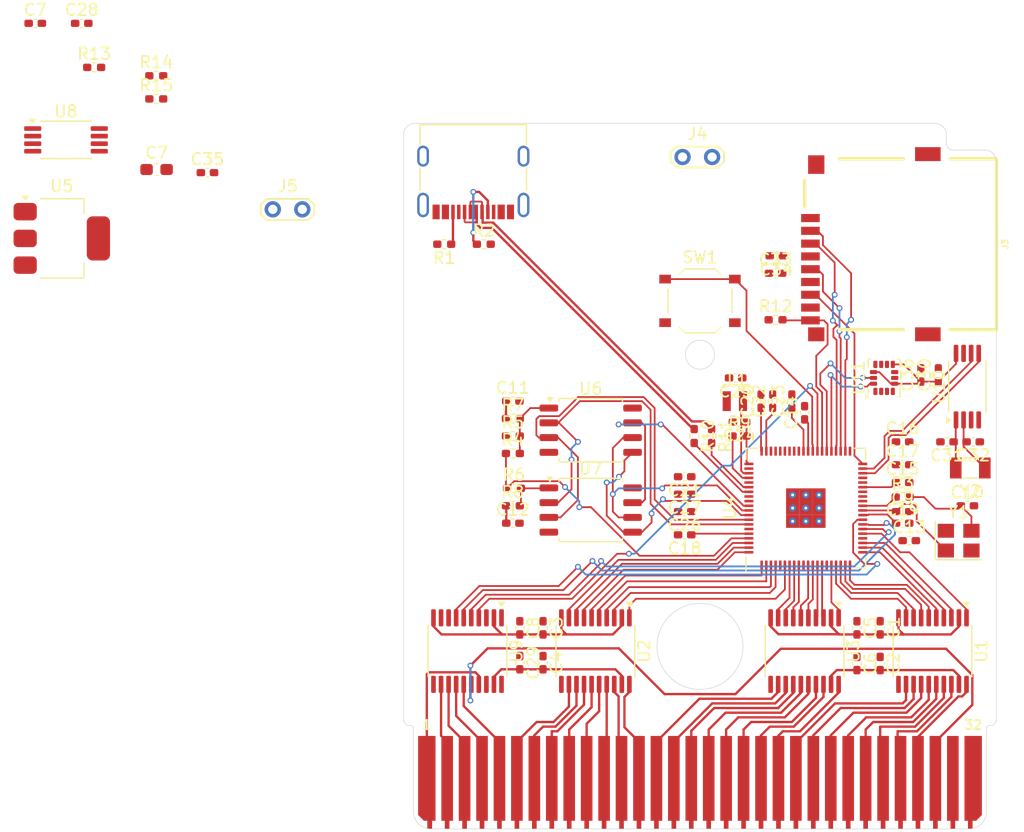
<source format=kicad_pcb>
(kicad_pcb (version 20240108) (generator "pcbnew") (generator_version "8.0")
  (layers (0 "F.Cu" signal) (31 "B.Cu" power) (34 "B.Paste" user) (35 "F.Paste" user) (36 "B.SilkS" user "B.Silkscreen") (37 "F.SilkS" user "F.Silkscreen") (38 "B.Mask" user) (39 "F.Mask" user) (44 "Edge.Cuts" user))
  (net 0 "")
  (net 1 "GND")
  (net 2 "+3V3")
  (net 3 "USB_D-")
  (net 4 "USB_VCC")
  (net 6 "USB_D+")
  (net 8 "Net-(J2-CC1)")
  (net 9 "Net-(J2-CC2)")
  (net 10 "RP_DATA5")
  (net 11 "DATA6")
  (net 12 "DATA1")
  (net 13 "RP_DATA7")
  (net 14 "RP_DATA4")
  (net 15 "DATA0")
  (net 16 "RP_DATA2")
  (net 17 "DATA7")
  (net 18 "DATA2")
  (net 19 "RP_DATA6")
  (net 20 "RP_DATA0")
  (net 21 "RP_DATA3")
  (net 22 "DATA3")
  (net 23 "DATA5")
  (net 24 "DATA4")
  (net 25 "RP_DATA1")
  (net 26 "ADDR7")
  (net 27 "RP_ADDR4")
  (net 28 "ADDR1")
  (net 29 "RP_ADDR6")
  (net 30 "ADDR5")
  (net 31 "ADDR4")
  (net 32 "RP_ADDR5")
  (net 33 "RP_ADDR2")
  (net 34 "RP_ADDR7")
  (net 35 "RP_ADDR0")
  (net 36 "ADDR0")
  (net 37 "RP_ADDR3")
  (net 38 "ADDR6")
  (net 39 "RP_ADDR1")
  (net 40 "ADDR3")
  (net 41 "ADDR2")
  (net 42 "RP_ADDR9")
  (net 43 "ADDR14")
  (net 44 "RP_ADDR13")
  (net 45 "RP_ADDR11")
  (net 46 "RP_ADDR8")
  (net 47 "RP_ADDR10")
  (net 48 "ADDR15")
  (net 49 "ADDR10")
  (net 50 "ADDR11")
  (net 51 "ADDR8")
  (net 52 "RP_ADDR15")
  (net 53 "ADDR12")
  (net 54 "ADDR13")
  (net 55 "RP_ADDR14")
  (net 56 "RP_ADDR12")
  (net 57 "ADDR9")
  (net 58 "+5V_CART")
  (net 59 "/+VBAT")
  (net 60 "Net-(U4-XIN)")
  (net 61 "Net-(U5-VI)")
  (net 62 "Net-(J5-Pin_1)")
  (net 63 "Net-(U10-X1)")
  (net 64 "Net-(U10-X2)")
  (net 65 "RST")
  (net 66 "Net-(J5-Pin_2)")
  (net 67 "Net-(J7-Pin_4)")
  (net 68 "Net-(J7-Pin_5)")
  (net 69 "CLK")
  (net 70 "RD")
  (net 71 "CS")
  (net 72 "Net-(J7-Pin_3)")
  (net 73 "Net-(J7-Pin_6)")
  (net 74 "WR")
  (net 75 "SD_DAT3")
  (net 76 "SD_MOSI")
  (net 77 "SD_CLK")
  (net 78 "SD_DET")
  (net 79 "Net-(J7-Pin_2)")
  (net 80 "SD_MISO")
  (net 81 "Net-(U4-XOUT)")
  (net 82 "Net-(U8-VSNS)")
  (net 83 "Net-(U4-GPIO40_ADC0)")
  (net 84 "Net-(J7-Pin_7)")
  (net 85 "Net-(J7-Pin_1)")
  (net 87 "VCC")
  (net 90 "RTC_SCL")
  (net 91 "RTC_SDA")
  (net 93 "RP_WR")
  (net 94 "IMU_SCL")
  (net 95 "RP_RD")
  (net 96 "IMU_SDA")
  (net 97 "RP_RST")
  (net 99 "RP_CS")
  (net 100 "RP_POWER")
  (net 101 "RP_CLK")
  (net 104 "Net-(U8-ILM)")
  (net 105 "Net-(C10-Pad1)")
  (net 106 "/VREG_AVDD")
  (net 107 "+1V1")
  (net 109 "/FLASH_SS")
  (net 110 "/GPIO0")
  (net 111 "/QSPI_SS")
  (net 112 "/FLASH2_SS")
  (net 113 "Net-(U4-USB_DP)")
  (net 114 "Net-(U4-USB_DM)")
  (net 115 "/QSPI_SCLK")
  (net 116 "/VREG_LX")
  (net 117 "/QSPI_SD0")
  (net 118 "/QSPI_SD3")
  (net 119 "/QSPI_SD1")
  (net 120 "/QSPI_SD2")
  (footprint "Capacitor_SMD:C_0402_1005Metric_Pad0.74x0.62mm_HandSolder" (layer "F.Cu") (at 168 106)
    (property "Reference" "C13")
    (property "Value" "100n")
  )
  (footprint "Capacitor_SMD:C_0402_1005Metric_Pad0.74x0.62mm_HandSolder" (layer "F.Cu") (at 136.5 116.5 -90)
    (property "Reference" "C4")
    (property "Value" "100nF")
  )
  (footprint "Package_SO:SOIC-8_5.23x5.23mm_P1.27mm" (layer "F.Cu") (at 140.6 103.365)
    (property "Reference" "U7")
    (property "Value" "DNF")
  )
  (footprint "Capacitor_SMD:C_0402_1005Metric_Pad0.74x0.62mm_HandSolder" (layer "F.Cu") (at 156.5 83)
    (property "Reference" "C33")
    (property "Value" "100nF")
  )
  (footprint "Connector_USB:USB_C_Receptacle_G-Switch_GT-USB-7010ASV" (layer "F.Cu") (at 130.5 74 180)
    (property "Reference" "J2" (hide yes))
    (property "Value" "USB_C_Receptacle_USB2.0_16P")
  )
  (footprint "Resistor_SMD:R_0402_1005Metric_Pad0.72x0.64mm_HandSolder" (layer "F.Cu") (at 133.9025 98.5)
    (property "Reference" "R4")
    (property "Value" "DNF")
  )
  (footprint "Capacitor_SMD:C_0402_1005Metric_Pad0.74x0.62mm_HandSolder" (layer "F.Cu") (at 156.5675 81.5 180)
    (property "Reference" "C34")
    (property "Value" "47uF")
  )
  (footprint "Capacitor_SMD:C_0402_1005Metric_Pad0.74x0.62mm_HandSolder" (layer "F.Cu") (at 133.9025 104.5)
    (property "Reference" "C12")
    (property "Value" "DNF")
  )
  (footprint "Capacitor_SMD:C_0402_1005Metric_Pad0.74x0.62mm_HandSolder" (layer "F.Cu") (at 167.4325 103.5)
    (property "Reference" "C9")
    (property "Value" "15p")
  )
  (footprint "Capacitor_SMD:C_0402_1005Metric_Pad0.74x0.62mm_HandSolder" (layer "F.Cu") (at 148.6825 105.5 180)
    (property "Reference" "C18")
    (property "Value" "100n")
  )
  (footprint "Capacitor_SMD:C_0402_1005Metric_Pad0.74x0.62mm_HandSolder" (layer "F.Cu") (at 136.5 113.5 -90)
    (property "Reference" "C3")
    (property "Value" "100nF")
  )
  (footprint "Button_Switch_SMD:SW_Push_1P1T_XKB_TS-1187A" (layer "F.Cu") (at 150 85.375)
    (property "Reference" "SW1")
    (property "Value" "SW_Push")
  )
  (footprint "Resistor_SMD:R_0402_1005Metric_Pad0.72x0.64mm_HandSolder" (layer "F.Cu") (at 149.5 97 -90)
    (property "Reference" "R10")
    (property "Value" "27")
  )
  (footprint "Capacitor_SMD:C_0402_1005Metric_Pad0.74x0.62mm_HandSolder" (layer "F.Cu") (at 153.4 95.8 180)
    (property "Reference" "C24")
    (property "Value" "4.7u")
  )
  (footprint "Resistor_SMD:R_0402_1005Metric_Pad0.72x0.64mm_HandSolder" (layer "F.Cu") (at 167.4325 102.25)
    (property "Reference" "R3")
    (property "Value" "1k")
  )
  (footprint "Capacitor_SMD:C_0402_1005Metric_Pad0.74x0.62mm_HandSolder" (layer "F.Cu") (at 153.0675 92 180)
    (property "Reference" "C25")
    (property "Value" "100n")
  )
  (footprint "Capacitor_SMD:C_0402_1005Metric_Pad0.74x0.62mm_HandSolder" (layer "F.Cu") (at 96.8175 61.5)
    (property "Reference" "C28")
    (property "Value" "10u")
  )
  (footprint "Capacitor_SMD:C_0402_1005Metric_Pad0.74x0.62mm_HandSolder" (layer "F.Cu") (at 171.25 97.5 180)
    (property "Reference" "C31")
    (property "Value" "7pF")
  )
  (footprint "Package_LGA:LGA-14_3x2.5mm_P0.5mm_LayoutBorder3x4y" (layer "F.Cu") (at 165.8375 92 90)
    (property "Reference" "U11")
    (property "Value" "LSM6DS3")
  )
  (footprint "Package_SO:TSSOP-20_4.4x6.5mm_P0.65mm" (layer "F.Cu") (at 159 115.5 -90)
    (property "Reference" "U3")
    (property "Value" "TXB0108PW")
  )
  (footprint "Capacitor_SMD:C_0402_1005Metric_Pad0.74x0.62mm_HandSolder" (layer "F.Cu") (at 92.8175 61.5)
    (property "Reference" "C7")
    (property "Value" "10u")
  )
  (footprint "Capacitor_SMD:C_0402_1005Metric_Pad0.74x0.62mm_HandSolder" (layer "F.Cu") (at 170.5 91.75 90)
    (property "Reference" "C30")
    (property "Value" "100nF")
  )
  (footprint "Capacitor_SMD:C_0402_1005Metric_Pad0.74x0.62mm_HandSolder" (layer "F.Cu") (at 163.5 116.5675 -90)
    (property "Reference" "C6")
    (property "Value" "100nF")
  )
  (footprint "Capacitor_SMD:C_0402_1005Metric_Pad0.74x0.62mm_HandSolder" (layer "F.Cu") (at 107.63 74.3425)
    (property "Reference" "C35")
    (property "Value" "10u")
  )
  (footprint "Resistor_SMD:R_0402_1005Metric_Pad0.72x0.64mm_HandSolder" (layer "F.Cu") (at 133.9025 103)
    (property "Reference" "R8")
    (property "Value" "DNF")
  )
  (footprint "Capacitor_SMD:C_0402_1005Metric_Pad0.74x0.62mm_HandSolder" (layer "F.Cu") (at 167.4325 101)
    (property "Reference" "C15")
    (property "Value" "100n")
  )
  (footprint "Package_SO:TSSOP-8_4.4x3mm_P0.65mm" (layer "F.Cu") (at 95.4625 71.525)
    (property "Reference" "U8")
    (property "Value" "TPS2111A")
  )
  (footprint "Capacitor_SMD:C_0402_1005Metric_Pad0.74x0.62mm_HandSolder" (layer "F.Cu") (at 155.25 94 90)
    (property "Reference" "C20")
    (property "Value" "100n")
  )
  (footprint "Capacitor_SMD:C_0402_1005Metric_Pad0.74x0.62mm_HandSolder" (layer "F.Cu") (at 133.9025 94)
    (property "Reference" "C11")
    (property "Value" "100n")
  )
  (footprint "Capacitor_SMD:C_0603_1608Metric_Pad1.08x0.95mm_HandSolder" (layer "F.Cu") (at 103.255 74.0725)
    (property "Reference" "C7")
    (property "Value" "100nF")
  )
  (footprint "Resistor_SMD:R_0402_1005Metric_Pad0.72x0.64mm_HandSolder" (layer "F.Cu") (at 151 97 -90)
    (property "Reference" "R11")
    (property "Value" "27")
  )
  (footprint "Capacitor_SMD:C_0402_1005Metric_Pad0.74x0.62mm_HandSolder" (layer "F.Cu") (at 165.5 113.5 -90)
    (property "Reference" "C1")
    (property "Value" "100nF")
  )
  (footprint "Resistor_SMD:R_0402_1005Metric_Pad0.72x0.64mm_HandSolder" (layer "F.Cu") (at 133.9025 97)
    (property "Reference" "R5")
    (property "Value" "0")
  )
  (footprint "Package_SO:TSSOP-20_4.4x6.5mm_P0.65mm" (layer "F.Cu") (at 170 115.5 -90)
    (property "Reference" "U1")
    (property "Value" "TXB0108PW")
  )
  (footprint "RP2350_80QFN_minimal:RP2350-QFN-80-1EP_10x10_P0.4mm_EP3.4x3.4mm_ThermalVias" (layer "F.Cu") (at 159.1035 103.2 90)
    (property "Reference" "U4")
    (property "Value" "RP2350_80QFN")
  )
  (footprint "Crystal:Crystal_SMD_3225-4Pin_3.2x2.5mm" (layer "F.Cu") (at 172.25 106)
    (property "Reference" "Y1")
    (property "Value" "ABM8-272-T3")
  )
  (footprint "Resistor_SMD:R_0402_1005Metric_Pad0.72x0.64mm_HandSolder" (layer "F.Cu") (at 131.4025 80.5)
    (property "Reference" "R2")
    (property "Value" "5.1k")
  )
  (footprint "Capacitor_SMD:C_0402_1005Metric_Pad0.74x0.62mm_HandSolder" (layer "F.Cu") (at 163.5 113.5 -90)
    (property "Reference" "C5")
    (property "Value" "100nF")
  )
  (footprint "Resistor_SMD:R_0402_1005Metric_Pad0.72x0.64mm_HandSolder" (layer "F.Cu") (at 156.5 87)
    (property "Reference" "R12")
    (property "Value" "10k")
  )
  (footprint "kicad-open-modules:TF-015" (layer "F.Cu") (at 171.5 80.5 90)
    (property "Reference" "J3")
    (property "Value" "Micro_SD_Card_Det1")
  )
  (footprint "Package_TO_SOT_SMD:SOT-223-3_TabPin2" (layer "F.Cu") (at 95.1 80)
    (property "Reference" "U5")
    (property "Value" "AMS1117-3.3")
  )
  (footprint "Capacitor_SMD:C_0402_1005Metric_Pad0.74x0.62mm_HandSolder" (layer "F.Cu") (at 134.5 116.5 -90)
    (property "Reference" "C29")
    (property "Value" "100nF")
  )
  (footprint "Resistor_SMD:R_0402_1005Metric_Pad0.72x0.64mm_HandSolder" (layer "F.Cu") (at 103.2275 66.01)
    (property "Reference" "R14")
    (property "Value" "1k")
  )
  (footprint "TestPoint:TestPoint_2Pads_Pitch2.54mm_Drill0.8mm" (layer "F.Cu") (at 113.25 77.5)
    (property "Reference" "J5")
    (property "Value" "Conn_01x02_Socket")
  )
  (footprint "Resistor_SMD:R_0402_1005Metric_Pad0.72x0.64mm_HandSolder" (layer "F.Cu") (at 133.9025 95.5)
    (property "Reference" "R7")
    (property "Value" "DNF")
  )
  (footprint "Capacitor_SMD:C_0402_1005Metric_Pad0.74x0.62mm_HandSolder" (layer "F.Cu") (at 148.6825 100.5 180)
    (property "Reference" "C21")
    (property "Value" "100n")
  )
  (footprint "Capacitor_SMD:C_0402_1005Metric_Pad0.74x0.62mm_HandSolder" (layer "F.Cu") (at 134.5 113.5 -90)
    (property "Reference" "C8")
    (property "Value" "100nF")
  )
  (footprint "Capacitor_SMD:C_0402_1005Metric_Pad0.74x0.62mm_HandSolder" (layer "F.Cu") (at 165.5 116.5675 -90)
    (property "Reference" "C2")
    (property "Value" "100nF")
  )
  (footprint "Connector_GameBoy:GameBoy_GamePak_DMG-09_P1.50mm_Edge" (layer "F.Cu") (at 150 130.8)
    (property "Reference" "J1" (hide yes))
    (property "Value" "GameBoy_GamePak_DMG-09" (hide yes))
  )
  (footprint "Package_SO:TSSOP-20_4.4x6.5mm_P0.65mm" (layer "F.Cu") (at 130 115.5 -90)
    (property "Reference" "U9")
    (property "Value" "TXB0108PW")
  )
  (footprint "Resistor_SMD:R_0402_1005Metric_Pad0.72x0.64mm_HandSolder" (layer "F.Cu") (at 153.4025 97)
    (property "Reference" "R9")
    (property "Value" "33")
  )
  (footprint "Package_SO:TSSOP-8_4.4x3mm_P0.65mm" (layer "F.Cu") (at 173 92.75 90)
    (property "Reference" "U10")
    (property "Value" "MCP7940N-x/ST")
  )
  (footprint "Package_SO:SOIC-8_5.23x5.23mm_P1.27mm" (layer "F.Cu") (at 140.6 96.5)
    (property "Reference" "U6")
    (property "Value" "W25Q128JVS")
  )
  (footprint "Resistor_SMD:R_0402_1005Metric_Pad0.72x0.64mm_HandSolder" (layer "F.Cu") (at 128 80.5 180)
    (property "Reference" "R1")
    (property "Value" "5.1k")
  )
  (footprint "RP2350_80QFN_minimal:L_pol_2016" (layer "F.Cu") (at 153 94)
    (property "Reference" "L1")
    (property "Value" "3.3u")
  )
  (footprint "Capacitor_SMD:C_0402_1005Metric_Pad0.74x0.62mm_HandSolder" (layer "F.Cu") (at 157.9 94 90)
    (property "Reference" "C23")
    (property "Value" "4.7u")
  )
  (footprint "Capacitor_SMD:C_0402_1005Metric_Pad0.74x0.62mm_HandSolder" (layer "F.Cu") (at 167.4325 104.5)
    (property "Reference" "C19")
    (property "Value" "100n")
  )
  (footprint "Crystal:Crystal_SMD_3215-2Pin_3.2x1.5mm" (layer "F.Cu") (at 173.25 99.75 180)
    (property "Reference" "Y2")
    (property "Value" "FC-135")
  )
  (footprint "Resistor_SMD:R_0402_1005Metric_Pad0.72x0.64mm_HandSolder" (layer "F.Cu") (at 97.885 65.2875)
    (property "Reference" "R13")
    (property "Value" "470R")
  )
  (footprint "Capacitor_SMD:C_0402_1005Metric_Pad0.74x0.62mm_HandSolder" (layer "F.Cu") (at 148.6825 102 180)
    (property "Reference" "C27")
    (property "Value" "100n")
  )
  (footprint "Capacitor_SMD:C_0402_1005Metric_Pad0.74x0.62mm_HandSolder" (layer "F.Cu") (at 173.5 97.5 180)
    (property "Reference" "C32")
    (property "Value" "7pF")
  )
  (footprint "TestPoint:TestPoint_2Pads_Pitch2.54mm_Drill0.8mm" (layer "F.Cu") (at 148.5 73)
    (property "Reference" "J4")
    (property "Value" "Conn_01x02_Socket")
  )
  (footprint "Resistor_SMD:R_0402_1005Metric_Pad0.72x0.64mm_HandSolder" (layer "F.Cu") (at 103.2275 68)
    (property "Reference" "R15")
    (property "Value" "1k")
  )
  (footprint "Capacitor_SMD:C_0402_1005Metric_Pad0.74x0.62mm_HandSolder" (layer "F.Cu") (at 156.25 94 90)
    (property "Reference" "C22")
    (property "Value" "4.7u")
  )
  (footprint "Capacitor_SMD:C_0402_1005Metric_Pad0.74x0.62mm_HandSolder" (layer "F.Cu") (at 173 103)
    (property "Reference" "C10")
    (property "Value" "15p")
  )
  (footprint "Capacitor_SMD:C_0402_1005Metric_Pad0.74x0.62mm_HandSolder" (layer "F.Cu") (at 148.6825 103.5 180)
    (property "Reference" "C26")
    (property "Value" "4.7u")
  )
  (footprint "Resistor_SMD:R_0402_1005Metric_Pad0.72x0.64mm_HandSolder" (layer "F.Cu") (at 134 101.5)
    (property "Reference" "R6")
    (property "Value" "DNF")
  )
  (footprint "Capacitor_SMD:C_0402_1005Metric_Pad0.74x0.62mm_HandSolder" (layer "F.Cu") (at 169 91.75 90)
    (property "Reference" "C36")
    (property "Value" "100n")
  )
  (footprint "Capacitor_SMD:C_0402_1005Metric_Pad0.74x0.62mm_HandSolder" (layer "F.Cu") (at 167.4325 97.5)
    (property "Reference" "C16")
    (property "Value" "100n")
  )
  (footprint "Package_SO:TSSOP-20_4.4x6.5mm_P0.65mm" (layer "F.Cu") (at 141 115.5 -90)
    (property "Reference" "U2")
    (property "Value" "TXB0108PW")
  )
  (footprint "Capacitor_SMD:C_0402_1005Metric_Pad0.74x0.62mm_HandSolder" (layer "F.Cu") (at 159 95 90)
    (property "Reference" "C14")
    (property "Value" "100n")
  )
  (footprint "Capacitor_SMD:C_0402_1005Metric_Pad0.74x0.62mm_HandSolder" (layer "F.Cu") (at 167.4325 99.47)
    (property "Reference" "C17")
    (property "Value" "100n")
  )
  (gr_circle (center 150 90) (end 151.25 90) (stroke (width 0.05)) (fill none) (layer "Edge.Cuts"))
  (gr_circle (center 150 115.1) (end 153.7 115.1) (stroke (width 0.05)) (fill none) (layer "Edge.Cuts"))
  (gr_arc (start 171.8 72.4) (mid 171.375736 72.224264) (end 171.2 71.8) (stroke (width 0.05)) (layer "Edge.Cuts"))
  (gr_arc (start 170.2 70.1) (mid 170.907107 70.392893) (end 171.2 71.1) (stroke (width 0.05)) (layer "Edge.Cuts"))
  (gr_line (start 171.8 72.4) (end 174.5 72.4) (stroke (width 0.05)) (layer "Edge.Cuts"))
  (gr_line (start 171.2 71.1) (end 171.2 71.8) (stroke (width 0.05)) (layer "Edge.Cuts"))
  (gr_line (start 124.5 121.4) (end 124.5 71.1) (stroke (width 0.05)) (layer "Edge.Cuts"))
  (gr_line (start 175.5 121.4) (end 175.5 73.4) (stroke (width 0.05)) (layer "Edge.Cuts"))
  (gr_arc (start 174.5 72.4) (mid 175.207107 72.692893) (end 175.5 73.4) (stroke (width 0.05)) (layer "Edge.Cuts"))
  (gr_line (start 125.5 70.1) (end 170.2 70.1) (stroke (width 0.05)) (layer "Edge.Cuts"))
  (gr_arc (start 124.5 71.1) (mid 124.792893 70.392893) (end 125.5 70.1) (stroke (width 0.05)) (layer "Edge.Cuts"))
  (gr_arc (start 174.65 129.3) (mid 174.21066 130.36066) (end 173.15 130.8) (stroke (width 0.05)) (layer "Edge.Cuts"))
  (gr_line (start 125.35 129.3) (end 125.35 122.1) (stroke (width 0.05)) (layer "Edge.Cuts"))
  (gr_arc (start 125 121.9) (mid 124.646447 121.753553) (end 124.5 121.4) (stroke (width 0.05)) (layer "Edge.Cuts"))
  (gr_arc (start 125.15 121.9) (mid 125.291421 121.958579) (end 125.35 122.1) (stroke (width 0.05)) (layer "Edge.Cuts"))
  (gr_arc (start 174.65 122.1) (mid 174.708579 121.958579) (end 174.85 121.9) (stroke (width 0.05)) (layer "Edge.Cuts"))
  (gr_line (start 125.15 121.9) (end 125 121.9) (stroke (width 0.05)) (layer "Edge.Cuts"))
  (gr_arc (start 175.5 121.4) (mid 175.353553 121.753553) (end 175 121.9) (stroke (width 0.05)) (layer "Edge.Cuts"))
  (gr_line (start 174.65 129.3) (end 174.65 122.1) (stroke (width 0.05)) (layer "Edge.Cuts"))
  (gr_arc (start 126.85 130.8) (mid 125.78934 130.36066) (end 125.35 129.3) (stroke (width 0.05)) (layer "Edge.Cuts"))
  (gr_line (start 175 121.9) (end 174.85 121.9) (stroke (width 0.05)) (layer "Edge.Cuts"))
  (gr_line (start 173.15 130.8) (end 126.85 130.8) (stroke (width 0.05)) (layer "Edge.Cuts"))
  (segment (start 166.465 101.4) (end 164 101.4) (width 0.15) (layer "F.Cu") (net 2))
  (segment (start 136.5 114.0675) (end 138.5 114.0675) (width 0.2) (layer "F.Cu") (net 2))
  (segment (start 166.75 92.5) (end 168.8175 92.5) (width 0.15) (layer "F.Cu") (net 2))
  (segment (start 134.5 114.0675) (end 136.5 114.0675) (width 0.2) (layer "F.Cu") (net 2))
  (segment (start 152.805 99.751191) (end 153.653809 100.6) (width 0.15) (layer "F.Cu") (net 2))
  (segment (start 161.95 114.05) (end 161.275 113.374999) (width 0.2) (layer "F.Cu") (net 2))
  (segment (start 171.582499 114.0675) (end 172.275 113.374999) (width 0.2) (layer "F.Cu") (net 2))
  (segment (start 166.865 104.5) (end 166.115 103.75) (width 0.15) (layer "F.Cu") (net 2))
  (segment (start 167.5 114.0675) (end 171.582499 114.0675) (width 0.2) (layer "F.Cu") (net 2))
  (segment (start 155.5 94.5675) (end 155.25 94.8175) (width 0.15) (layer "F.Cu") (net 2))
  (segment (start 167.52 90.8375) (end 169 92.3175) (width 0.15) (layer "F.Cu") (net 2))
  (segment (start 155.25 98.25) (end 155.3035 98.3035) (width 0.15) (layer "F.Cu") (net 2))
  (segment (start 132.275 112.6375) (end 132.275 113.374999) (width 0.2) (layer "F.Cu") (net 2))
  (segment (start 172.025 90.7925) (end 172.025 89.8875) (width 0.15) (layer "F.Cu") (net 2))
  (segment (start 132.275 113.374999) (end 132.967501 114.0675) (width 0.2) (layer "F.Cu") (net 2))
  (segment (start 149.35 105.4) (end 149.25 105.5) (width 0.15) (layer "F.Cu") (net 2))
  (segment (start 168.8175 92.5) (end 169 92.3175) (width 0.15) (layer "F.Cu") (net 2))
  (segment (start 165.422424 91.5) (end 164.925 91.5) (width 0.15) (layer "F.Cu") (net 2))
  (segment (start 163.5 114.0675) (end 165.5 114.0675) (width 0.2) (layer "F.Cu") (net 2))
  (segment (start 164.458216 103.8) (end 164 103.8) (width 0.15) (layer "F.Cu") (net 2))
  (segment (start 155.7035 98.3035) (end 155.7035 95.664) (width 0.15) (layer "F.Cu") (net 2))
  (segment (start 155.25 94.8175) (end 155.25 98.25) (width 0.15) (layer "F.Cu") (net 2))
  (segment (start 166.75 92.5) (end 166.422424 92.5) (width 0.15) (layer "F.Cu") (net 2))
  (segment (start 142.500956 114.0675) (end 143.275 113.293456) (width 0.2) (layer "F.Cu") (net 2))
  (segment (start 152.805 97) (end 152.805 99.751191) (width 0.15) (layer "F.Cu") (net 2))
  (segment (start 166.5875 90.8375) (end 167.52 90.8375) (width 0.15) (layer "F.Cu") (net 2))
  (segment (start 167.075 113.6425) (end 167.5 114.0675) (width 0.2) (layer "F.Cu") (net 2))
  (segment (start 156.075 113.374999) (end 156.750001 114.05) (width 0.2) (layer "F.Cu") (net 2))
  (segment (start 138.075 113.6425) (end 138.5 114.0675) (width 0.2) (layer "F.Cu") (net 2))
  (segment (start 138.075 112.6375) (end 138.075 113.6425) (width 0.2) (layer "F.Cu") (net 2))
  (segment (start 133.305 95.5) (end 133.305 94.03) (width 0.2) (layer "F.Cu") (net 2))
  (segment (start 155.7035 95.664) (end 156.25 95.1175) (width 0.15) (layer "F.Cu") (net 2))
  (segment (start 156.075 112.6375) (end 156.075 113.374999) (width 0.2) (layer "F.Cu") (net 2))
  (segment (start 156.750001 114.05) (end 161.95 114.05) (width 0.2) (layer "F.Cu") (net 2))
  (segment (start 170.5 92.3175) (end 169 92.3175) (width 0.15) (layer "F.Cu") (net 2))
  (segment (start 167.075 112.6375) (end 167.075 113.6425) (width 0.2) (layer "F.Cu") (net 2))
  (segment (start 159.3035 95.871) (end 159.3035 98.3035) (width 0.15) (layer "F.Cu") (net 2))
  (segment (start 165.5 114.0675) (end 167.5 114.0675) (width 0.2) (layer "F.Cu") (net 2))
  (segment (start 143.275 113.293456) (end 143.275 112.6375) (width 0.2) (layer "F.Cu") (net 2))
  (segment (start 170.5 92.3175) (end 172.025 90.7925) (width 0.15) (layer "F.Cu") (net 2))
  (segment (start 133.335 104.5) (end 133.335 103.03) (width 0.2) (layer "F.Cu") (net 2))
  (segment (start 161.967501 114.0675) (end 161.95 114.05) (width 0.2) (layer "F.Cu") (net 2))
  (segment (start 154.207 105.4) (end 149.35 105.4) (width 0.15) (layer "F.Cu") (net 2))
  (segment (start 127.075 113.374999) (end 127.075 112.6375) (width 0.2) (layer "F.Cu") (net 2))
  (segment (start 133 114.0675) (end 127.767501 114.0675) (width 0.2) (layer "F.Cu") (net 2))
  (segment (start 166.115 103.75) (end 164.508216 103.75) (width 0.15) (layer "F.Cu") (net 2))
  (segment (start 132.967501 114.0675) (end 133 114.0675) (width 0.2) (layer "F.Cu") (net 2))
  (segment (start 161.275 113.374999) (end 161.275 112.6375) (width 0.2) (layer "F.Cu") (net 2))
  (segment (start 172.275 113.374999) (end 172.275 112.6375) (width 0.2) (layer "F.Cu") (net 2))
  (segment (start 156.25 95.1175) (end 156.25 94.5675) (width 0.15) (layer "F.Cu") (net 2))
  (segment (start 133.305 94.03) (end 133.335 94) (width 0.2) (layer "F.Cu") (net 2))
  (segment (start 163.5 114.0675) (end 161.967501 114.0675) (width 0.2) (layer "F.Cu") (net 2))
  (segment (start 164.508216 103.75) (end 164.458216 103.8) (width 0.15) (layer "F.Cu") (net 2))
  (segment (start 166.865 101) (end 166.465 101.4) (width 0.15) (layer "F.Cu") (net 2))
  (segment (start 166.422424 92.5) (end 165.422424 91.5) (width 0.15) (layer "F.Cu") (net 2))
  (segment (start 133.335 103.03) (end 133.305 103) (width 0.2) (layer "F.Cu") (net 2))
  (segment (start 138.5 114.0675) (end 142.500956 114.0675) (width 0.2) (layer "F.Cu") (net 2))
  (segment (start 153.653809 100.6) (end 154.207 100.6) (width 0.15) (layer "F.Cu") (net 2))
  (segment (start 133 114.0675) (end 134.5 114.0675) (width 0.2) (layer "F.Cu") (net 2))
  (segment (start 159 95.5675) (end 159.3035 95.871) (width 0.15) (layer "F.Cu") (net 2))
  (segment (start 127.767501 114.0675) (end 127.075 113.374999) (width 0.2) (layer "F.Cu") (net 2))
  (segment (start 149.310686 95.745) (end 150.3425 95.745) (width 0.2) (layer "F.Cu") (net 3))
  (segment (start 132.210686 78.645) (end 149.310686 95.745) (width 0.2) (layer "F.Cu") (net 3))
  (segment (start 131.3 77.725) (end 131.3 78.645) (width 0.2) (layer "F.Cu") (net 3))
  (segment (start 130.325 76.83) (end 131.175 76.83) (width 0.15) (layer "F.Cu") (net 3))
  (segment (start 130.25 76.905) (end 130.325 76.83) (width 0.15) (layer "F.Cu") (net 3))
  (segment (start 130.25 77.725) (end 130.25 76.905) (width 0.15) (layer "F.Cu") (net 3))
  (segment (start 131.25 76.905) (end 131.25 77.725) (width 0.15) (layer "F.Cu") (net 3))
  (segment (start 131.3 78.645) (end 132.210686 78.645) (width 0.2) (layer "F.Cu") (net 3))
  (segment (start 150.3425 95.745) (end 151 96.4025) (width 0.2) (layer "F.Cu") (net 3))
  (segment (start 131.175 76.83) (end 131.25 76.905) (width 0.15) (layer "F.Cu") (net 3))
  (segment (start 131.25 77.725) (end 131.3 77.725) (width 0.2) (layer "F.Cu") (net 3))
  (segment (start 130.75 78.545) (end 130.75 77.725) (width 0.15) (layer "F.Cu") (net 6))
  (segment (start 129.75 77.725) (end 129.75 78.545) (width 0.15) (layer "F.Cu") (net 6))
  (segment (start 132.09498 79.09498) (end 149.4025 96.4025) (width 0.2) (layer "F.Cu") (net 6))
  (segment (start 130.8 77.775) (end 130.8 78.781368) (width 0.2) (layer "F.Cu") (net 6))
  (segment (start 129.825 78.62) (end 130.675 78.62) (width 0.15) (layer "F.Cu") (net 6))
  (segment (start 129.75 78.545) (end 129.825 78.62) (width 0.15) (layer "F.Cu") (net 6))
  (segment (start 130.75 77.725) (end 130.8 77.775) (width 0.2) (layer "F.Cu") (net 6))
  (segment (start 149.4025 96.4025) (end 149.5 96.4025) (width 0.2) (layer "F.Cu") (net 6))
  (segment (start 130.8 78.781368) (end 131.113612 79.09498) (width 0.2) (layer "F.Cu") (net 6))
  (segment (start 131.113612 79.09498) (end 132.09498 79.09498) (width 0.2) (layer "F.Cu") (net 6))
  (segment (start 130.675 78.62) (end 130.75 78.545) (width 0.15) (layer "F.Cu") (net 6))
  (segment (start 130.5 79.5) (end 130.5 80.195) (width 0.2) (layer "F.Cu") (net 8))
  (segment (start 131 76) (end 130.5 76) (width 0.2) (layer "F.Cu") (net 8))
  (segment (start 131.75 77.725) (end 131.75 76.75) (width 0.2) (layer "F.Cu") (net 8))
  (segment (start 130.5 80.195) (end 130.805 80.5) (width 0.2) (layer "F.Cu") (net 8))
  (segment (start 131.75 76.75) (end 131 76) (width 0.2) (layer "F.Cu") (net 8))
  (via (at 130.5 79.5) (size 0.5) (drill 0.3) (layers "F.Cu" "B.Cu") (net 8))
  (via (at 130.5 76) (size 0.5) (drill 0.3) (layers "F.Cu" "B.Cu") (net 8))
  (segment (start 130.5 76) (end 130.5 79.5) (width 0.2) (layer "B.Cu") (net 8))
  (segment (start 128.75 77.725) (end 128.75 80.3475) (width 0.2) (layer "F.Cu") (net 9))
  (segment (start 128.75 80.3475) (end 128.5975 80.5) (width 0.2) (layer "F.Cu") (net 9))
  (segment (start 170.975 111.900001) (end 170.975 112.6375) (width 0.15) (layer "F.Cu") (net 10))
  (segment (start 165.674999 106.6) (end 170.975 111.900001) (width 0.15) (layer "F.Cu") (net 10))
  (segment (start 164 106.6) (end 165.674999 106.6) (width 0.15) (layer "F.Cu") (net 10))
  (segment (start 171.625 119.440686) (end 171.625 118.3625) (width 0.2) (layer "F.Cu") (net 11))
  (segment (start 167.25 123.3) (end 167 123.05) (width 0.2) (layer "F.Cu") (net 11))
  (segment (start 167 122.4) (end 168.665686 122.4) (width 0.2) (layer "F.Cu") (net 11))
  (segment (start 168.665686 122.4) (end 171.625 119.440686) (width 0.2) (layer "F.Cu") (net 11))
  (segment (start 167 123.05) (end 167 122.4) (width 0.2) (layer "F.Cu") (net 11))
  (segment (start 162.1 120.4) (end 167.6 120.4) (width 0.2) (layer "F.Cu") (net 12))
  (segment (start 159.75 123.3) (end 159.75 122.75) (width 0.2) (layer "F.Cu") (net 12))
  (segment (start 168.375 119.625) (end 168.375 118.3625) (width 0.2) (layer "F.Cu") (net 12))
  (segment (start 159.75 122.75) (end 162.1 120.4) (width 0.2) (layer "F.Cu") (net 12))
  (segment (start 167.6 120.4) (end 168.375 119.625) (width 0.2) (layer "F.Cu") (net 12))
  (segment (start 165.619973 105.4) (end 164 105.4) (width 0.15) (layer "F.Cu") (net 13))
  (segment (start 172.925 111.9125) (end 168.0125 107) (width 0.15) (layer "F.Cu") (net 13))
  (segment (start 168.0125 107) (end 167.219973 107) (width 0.15) (layer "F.Cu") (net 13))
  (segment (start 167.219973 107) (end 165.619973 105.4) (width 0.15) (layer "F.Cu") (net 13))
  (segment (start 172.925 112.6375) (end 172.925 111.9125) (width 0.15) (layer "F.Cu") (net 13))
  (segment (start 170.325 112.6375) (end 170.325 111.83505) (width 0.15) (layer "F.Cu") (net 14))
  (segment (start 170.325 111.83505) (end 165.48995 107) (width 0.15) (layer "F.Cu") (net 14))
  (segment (start 165.48995 107) (end 164 107) (width 0.15) (layer "F.Cu") (net 14))
  (segment (start 158.25 123.3) (end 158.318664 123.3) (width 0.2) (layer "F.Cu") (net 15))
  (segment (start 158.318664 123.3) (end 161.618664 120) (width 0.2) (layer "F.Cu") (net 15))
  (segment (start 167.725 119.709314) (end 167.725 118.3625) (width 0.2) (layer "F.Cu") (net 15))
  (segment (start 167.434314 120) (end 167.725 119.709314) (width 0.2) (layer "F.Cu") (net 15))
  (segment (start 161.618664 120) (end 167.434314 120) (width 0.2) (layer "F.Cu") (net 15))
  (segment (start 162.5035 109.5035) (end 163.15 110.15) (width 0.15) (layer "F.Cu") (net 16))
  (segment (start 163.15 110.15) (end 167.65 110.15) (width 0.15) (layer "F.Cu") (net 16))
  (segment (start 162.5035 108.0965) (end 162.5035 109.5035) (width 0.15) (layer "F.Cu") (net 16))
  (segment (start 167.65 110.15) (end 169.025 111.525) (width 0.15) (layer "F.Cu") (net 16))
  (segment (start 169.025 111.525) (end 169.025 112.6375) (width 0.15) (layer "F.Cu") (net 16))
  (segment (start 168.75 122.881372) (end 172.231372 119.4) (width 0.2) (layer "F.Cu") (net 17))
  (segment (start 172.925 119.018456) (end 172.925 118.3625) (width 0.2) (layer "F.Cu") (net 17))
  (segment (start 172.543456 119.4) (end 172.925 119.018456) (width 0.2) (layer "F.Cu") (net 17))
  (segment (start 168.75 123.3) (end 168.75 122.881372) (width 0.2) (layer "F.Cu") (net 17))
  (segment (start 172.231372 119.4) (end 172.543456 119.4) (width 0.2) (layer "F.Cu") (net 17))
  (segment (start 163.2 120.8) (end 167.765686 120.8) (width 0.2) (layer "F.Cu") (net 18))
  (segment (start 161.25 123.3) (end 161.25 122.75) (width 0.2) (layer "F.Cu") (net 18))
  (segment (start 167.765686 120.8) (end 169.025 119.540686) (width 0.2) (layer "F.Cu") (net 18))
  (segment (start 161.25 122.75) (end 163.2 120.8) (width 0.2) (layer "F.Cu") (net 18))
  (segment (start 169.025 119.540686) (end 169.025 118.3625) (width 0.2) (layer "F.Cu") (net 18))
  (segment (start 165.924999 106.2) (end 171.625 111.900001) (width 0.15) (layer "F.Cu") (net 19))
  (segment (start 164 106.2) (end 165.924999 106.2) (width 0.15) (layer "F.Cu") (net 19))
  (segment (start 171.625 111.900001) (end 171.625 112.6375) (width 0.15) (layer "F.Cu") (net 19))
  (segment (start 163 111) (end 167 111) (width 0.15) (layer "F.Cu") (net 20))
  (segment (start 161.7035 109.7035) (end 163 111) (width 0.15) (layer "F.Cu") (net 20))
  (segment (start 161.7035 108.0965) (end 161.7035 109.7035) (width 0.15) (layer "F.Cu") (net 20))
  (segment (start 167 111) (end 167.725 111.725) (width 0.15) (layer "F.Cu") (net 20))
  (segment (start 167.725 111.725) (end 167.725 112.6375) (width 0.15) (layer "F.Cu") (net 20))
  (segment (start 162.9035 108.0965) (end 162.9035 109.408526) (width 0.15) (layer "F.Cu") (net 21))
  (segment (start 162.9035 109.408526) (end 163.294974 109.8) (width 0.15) (layer "F.Cu") (net 21))
  (segment (start 167.794975 109.8) (end 169.675 111.680025) (width 0.15) (layer "F.Cu") (net 21))
  (segment (start 169.675 111.680025) (end 169.675 112.6375) (width 0.15) (layer "F.Cu") (net 21))
  (segment (start 163.294974 109.8) (end 167.794975 109.8) (width 0.15) (layer "F.Cu") (net 21))
  (segment (start 162.75 123.3) (end 162.75 122.75) (width 0.2) (layer "F.Cu") (net 22))
  (segment (start 169.675 119.693628) (end 169.675 118.3625) (width 0.2) (layer "F.Cu") (net 22))
  (segment (start 168.168628 121.2) (end 169.675 119.693628) (width 0.2) (layer "F.Cu") (net 22))
  (segment (start 164.3 121.2) (end 168.168628 121.2) (width 0.2) (layer "F.Cu") (net 22))
  (segment (start 162.75 122.75) (end 164.3 121.2) (width 0.2) (layer "F.Cu") (net 22))
  (segment (start 165.5 123.05) (end 165.5 122) (width 0.2) (layer "F.Cu") (net 23))
  (segment (start 165.75 123.3) (end 165.5 123.05) (width 0.2) (layer "F.Cu") (net 23))
  (segment (start 170.975 119.525) (end 170.975 118.3625) (width 0.2) (layer "F.Cu") (net 23))
  (segment (start 168.5 122) (end 170.975 119.525) (width 0.2) (layer "F.Cu") (net 23))
  (segment (start 165.5 122) (end 168.5 122) (width 0.2) (layer "F.Cu") (net 23))
  (segment (start 168.334314 121.6) (end 170.325 119.609314) (width 0.2) (layer "F.Cu") (net 24))
  (segment (start 170.325 119.609314) (end 170.325 118.3625) (width 0.2) (layer "F.Cu") (net 24))
  (segment (start 164.25 122.25) (end 164.9 121.6) (width 0.2) (layer "F.Cu") (net 24))
  (segment (start 164.25 123.3) (end 164.25 122.25) (width 0.2) (layer "F.Cu") (net 24))
  (segment (start 164.9 121.6) (end 168.334314 121.6) (width 0.2) (layer "F.Cu") (net 24))
  (segment (start 168.375 111.880025) (end 166.994975 110.5) (width 0.15) (layer "F.Cu") (net 25))
  (segment (start 163 110.5) (end 162.1035 109.6035) (width 0.15) (layer "F.Cu") (net 25))
  (segment (start 166.994975 110.5) (end 163 110.5) (width 0.15) (layer "F.Cu") (net 25))
  (segment (start 168.375 112.6375) (end 168.375 111.880025) (width 0.15) (layer "F.Cu") (net 25))
  (segment (start 162.1035 109.6035) (end 162.1035 108.0965) (width 0.15) (layer "F.Cu") (net 25))
  (segment (start 143.925 119.018456) (end 143.5 119.443456) (width 0.2) (layer "F.Cu") (net 26))
  (segment (start 143.5 119.443456) (end 143.5 122.05) (width 0.2) (layer "F.Cu") (net 26))
  (segment (start 143.5 122.05) (end 144.75 123.3) (width 0.2) (layer "F.Cu") (net 26))
  (segment (start 143.925 118.3625) (end 143.925 119.018456) (width 0.2) (layer "F.Cu") (net 26))
  (segment (start 155.7035 108.0965) (end 155.7035 109.5) (width 0.15) (layer "F.Cu") (net 27))
  (segment (start 155.7035 109.5) (end 143.725001 109.5) (width 0.15) (layer "F.Cu") (net 27))
  (segment (start 141.325 111.900001) (end 141.325 112.6375) (width 0.15) (layer "F.Cu") (net 27))
  (segment (start 143.725001 109.5) (end 141.325 111.900001) (width 0.15) (layer "F.Cu") (net 27))
  (segment (start 136.5 122) (end 137.565686 122) (width 0.2) (layer "F.Cu") (net 28))
  (segment (start 139.375 120.190686) (end 139.375 118.3625) (width 0.2) (layer "F.Cu") (net 28))
  (segment (start 135.75 123.3) (end 135.75 122.75) (width 0.2) (layer "F.Cu") (net 28))
  (segment (start 135.75 122.75) (end 136.5 122) (width 0.2) (layer "F.Cu") (net 28))
  (segment (start 137.565686 122) (end 139.375 120.190686) (width 0.2) (layer "F.Cu") (net 28))
  (segment (start 156 110.5) (end 156.5035 109.9965) (width 0.15) (layer "F.Cu") (net 29))
  (segment (start 142.625 112.6375) (end 142.625 111.900001) (width 0.15) (layer "F.Cu") (net 29))
  (segment (start 156.5035 109.9965) (end 156.5035 108.0965) (width 0.15) (layer "F.Cu") (net 29))
  (segment (start 144.025001 110.5) (end 156 110.5) (width 0.15) (layer "F.Cu") (net 29))
  (segment (start 142.625 111.900001) (end 144.025001 110.5) (width 0.15) (layer "F.Cu") (net 29))
  (segment (start 141.975 123.075) (end 141.975 118.3625) (width 0.2) (layer "F.Cu") (net 30))
  (segment (start 141.75 123.3) (end 141.975 123.075) (width 0.2) (layer "F.Cu") (net 30))
  (segment (start 140.25 121.75) (end 141.325 120.675) (width 0.2) (layer "F.Cu") (net 31))
  (segment (start 141.325 120.675) (end 141.325 118.3625) (width 0.2) (layer "F.Cu") (net 31))
  (segment (start 140.25 123.3) (end 140.25 121.75) (width 0.2) (layer "F.Cu") (net 31))
  (segment (start 156.1035 109.8965) (end 156 110) (width 0.15) (layer "F.Cu") (net 32))
  (segment (start 156 110) (end 143.875001 110) (width 0.15) (layer "F.Cu") (net 32))
  (segment (start 141.975 111.900001) (end 141.975 112.6375) (width 0.15) (layer "F.Cu") (net 32))
  (segment (start 143.875001 110) (end 141.975 111.900001) (width 0.15) (layer "F.Cu") (net 32))
  (segment (start 156.1035 108.0965) (end 156.1035 109.8965) (width 0.15) (layer "F.Cu") (net 32))
  (segment (start 143.425001 108.5) (end 151.5 108.5) (width 0.15) (layer "F.Cu") (net 33))
  (segment (start 151.5 108.5) (end 153 107) (width 0.15) (layer "F.Cu") (net 33))
  (segment (start 140.025 112.6375) (end 140.025 111.900001) (width 0.15) (layer "F.Cu") (net 33))
  (segment (start 153 107) (end 154.207 107) (width 0.15) (layer "F.Cu") (net 33))
  (segment (start 140.025 111.900001) (end 143.425001 108.5) (width 0.15) (layer "F.Cu") (net 33))
  (segment (start 143.925 111.575) (end 144.5 111) (width 0.15) (layer "F.Cu") (net 34))
  (segment (start 156.5 111) (end 157.3035 110.1965) (width 0.15) (layer "F.Cu") (net 34))
  (segment (start 144.5 111) (end 156.5 111) (width 0.15) (layer "F.Cu") (net 34))
  (segment (start 157.3035 110.1965) (end 157.3035 108.0965) (width 0.15) (layer "F.Cu") (net 34))
  (segment (start 143.925 112.6375) (end 143.925 111.575) (width 0.15) (layer "F.Cu") (net 34))
  (segment (start 138.725 111.900001) (end 138.725 112.6375) (width 0.15) (layer "F.Cu") (net 35))
  (segment (start 152.810052 106.2) (end 151.360052 107.65) (width 0.15) (layer "F.Cu") (net 35))
  (segment (start 154.207 106.2) (end 152.810052 106.2) (width 0.15) (layer "F.Cu") (net 35))
  (segment (start 142.975001 107.65) (end 138.725 111.900001) (width 0.15) (layer "F.Cu") (net 35))
  (segment (start 151.360052 107.65) (end 142.975001 107.65) (width 0.15) (layer "F.Cu") (net 35))
  (segment (start 134.25 123.3) (end 135.95 121.6) (width 0.2) (layer "F.Cu") (net 36))
  (segment (start 135.95 121.6) (end 137.4 121.6) (width 0.2) (layer "F.Cu") (net 36))
  (segment (start 138.725 120.275) (end 138.725 118.3625) (width 0.2) (layer "F.Cu") (net 36))
  (segment (start 137.4 121.6) (end 138.725 120.275) (width 0.2) (layer "F.Cu") (net 36))
  (segment (start 155.3035 108.0965) (end 155.3035 109) (width 0.15) (layer "F.Cu") (net 37))
  (segment (start 140.675 111.900001) (end 140.675 112.6375) (width 0.15) (layer "F.Cu") (net 37))
  (segment (start 143.575001 109) (end 140.675 111.900001) (width 0.15) (layer "F.Cu") (net 37))
  (segment (start 155.3035 109) (end 143.575001 109) (width 0.15) (layer "F.Cu") (net 37))
  (segment (start 142.625 119.018456) (end 142.625 118.3625) (width 0.2) (layer "F.Cu") (net 38))
  (segment (start 143.25 123.3) (end 143 123.05) (width 0.2) (layer "F.Cu") (net 38))
  (segment (start 143 123.05) (end 143 119.393456) (width 0.2) (layer "F.Cu") (net 38))
  (segment (start 143 119.393456) (end 142.625 119.018456) (width 0.2) (layer "F.Cu") (net 38))
  (segment (start 151.505026 108) (end 143.275001 108) (width 0.15) (layer "F.Cu") (net 39))
  (segment (start 152.905026 106.6) (end 151.505026 108) (width 0.15) (layer "F.Cu") (net 39))
  (segment (start 154.207 106.6) (end 152.905026 106.6) (width 0.15) (layer "F.Cu") (net 39))
  (segment (start 139.375 111.900001) (end 139.375 112.6375) (width 0.15) (layer "F.Cu") (net 39))
  (segment (start 143.275001 108) (end 139.375 111.900001) (width 0.15) (layer "F.Cu") (net 39))
  (segment (start 138.75 123.3) (end 138.75 122.25) (width 0.2) (layer "F.Cu") (net 40))
  (segment (start 138.75 122.25) (end 140.675 120.325) (width 0.2) (layer "F.Cu") (net 40))
  (segment (start 140.675 120.325) (end 140.675 118.3625) (width 0.2) (layer "F.Cu") (net 40))
  (segment (start 137.25 123.3) (end 137.25 122.4) (width 0.2) (layer "F.Cu") (net 41))
  (segment (start 137.25 122.4) (end 137.731372 122.4) (width 0.2) (layer "F.Cu") (net 41))
  (segment (start 137.731372 122.4) (end 140.025 120.106372) (width 0.2) (layer "F.Cu") (net 41))
  (segment (start 140.025 120.106372) (end 140.025 118.3625) (width 0.2) (layer "F.Cu") (net 41))
  (segment (start 157.375 111.900001) (end 158.1035 111.171501) (width 0.15) (layer "F.Cu") (net 42))
  (segment (start 158.1035 111.171501) (end 158.1035 108.0965) (width 0.15) (layer "F.Cu") (net 42))
  (segment (start 157.375 112.6375) (end 157.375 111.900001) (width 0.15) (layer "F.Cu") (net 42))
  (segment (start 155.25 122.75) (end 156 122) (width 0.2) (layer "F.Cu") (net 43))
  (segment (start 158.065686 122) (end 160.625 119.440686) (width 0.2) (layer "F.Cu") (net 43))
  (segment (start 155.25 123.3) (end 155.25 122.75) (width 0.2) (layer "F.Cu") (net 43))
  (segment (start 160.625 119.440686) (end 160.625 118.3625) (width 0.2) (layer "F.Cu") (net 43))
  (segment (start 156 122) (end 158.065686 122) (width 0.2) (layer "F.Cu") (net 43))
  (segment (start 160.1035 112.509) (end 160.1035 108.0965) (width 0.15) (layer "F.Cu") (net 44))
  (segment (start 159.975 112.6375) (end 160.1035 112.509) (width 0.15) (layer "F.Cu") (net 44))
  (segment (start 159.3035 110.96145) (end 159.3035 108.0965) (width 0.15) (layer "F.Cu") (net 45))
  (segment (start 158.675 112.6375) (end 158.675 111.58995) (width 0.15) (layer "F.Cu") (net 45))
  (segment (start 158.675 111.58995) (end 159.3035 110.96145) (width 0.15) (layer "F.Cu") (net 45))
  (segment (start 157.7035 110.921501) (end 157.7035 108.0965) (width 0.15) (layer "F.Cu") (net 46))
  (segment (start 156.725 111.900001) (end 157.7035 110.921501) (width 0.15) (layer "F.Cu") (net 46))
  (segment (start 156.725 112.6375) (end 156.725 111.900001) (width 0.15) (layer "F.Cu") (net 46))
  (segment (start 158.025 111.744975) (end 158.5035 111.266475) (width 0.15) (layer "F.Cu") (net 47))
  (segment (start 158.5035 111.266475) (end 158.5035 108.0965) (width 0.15) (layer "F.Cu") (net 47))
  (segment (start 158.025 112.6375) (end 158.025 111.744975) (width 0.15) (layer "F.Cu") (net 47))
  (segment (start 158.6 122.4) (end 161.925 119.075) (width 0.2) (layer "F.Cu") (net 48))
  (segment (start 157.125 122.4) (end 158.6 122.4) (width 0.2) (layer "F.Cu") (net 48))
  (segment (start 161.925 119.075) (end 161.925 118.3625) (width 0.2) (layer "F.Cu") (net 48))
  (segment (start 156.75 123.3) (end 156.75 122.775) (width 0.2) (layer "F.Cu") (net 48))
  (segment (start 156.75 123.290685) (end 156.75 123.3) (width 0.2) (layer "F.Cu") (net 48))
  (segment (start 156.75 122.775) (end 157.125 122.4) (width 0.2) (layer "F.Cu") (net 48))
  (segment (start 151.215686 120.4) (end 149.25 122.365686) (width 0.2) (layer "F.Cu") (net 49))
  (segment (start 156.724999 120.4) (end 151.215686 120.4) (width 0.2) (layer "F.Cu") (net 49))
  (segment (start 158.025 118.3625) (end 158.025 119.099999) (width 0.2) (layer "F.Cu") (net 49))
  (segment (start 158.025 119.099999) (end 156.724999 120.4) (width 0.2) (layer "F.Cu") (net 49))
  (segment (start 149.25 122.365686) (end 149.25 123.3) (width 0.2) (layer "F.Cu") (net 49))
  (segment (start 150.75 123.3) (end 150.75 122.25) (width 0.2) (layer "F.Cu") (net 50))
  (segment (start 156.974999 120.8) (end 158.675 119.099999) (width 0.2) (layer "F.Cu") (net 50))
  (segment (start 158.675 119.099999) (end 158.675 118.3625) (width 0.2) (layer "F.Cu") (net 50))
  (segment (start 152.2 120.8) (end 156.974999 120.8) (width 0.2) (layer "F.Cu") (net 50))
  (segment (start 150.75 122.25) (end 152.2 120.8) (width 0.2) (layer "F.Cu") (net 50))
  (segment (start 149.95 119.6) (end 146.25 123.3) (width 0.2) (layer "F.Cu") (net 51))
  (segment (start 156.725 119.018456) (end 156.143456 119.6) (width 0.2) (layer "F.Cu") (net 51))
  (segment (start 156.725 118.3625) (end 156.725 119.018456) (width 0.2) (layer "F.Cu") (net 51))
  (segment (start 156.143456 119.6) (end 149.95 119.6) (width 0.2) (layer "F.Cu") (net 51))
  (segment (start 161.925 111.925) (end 161.3035 111.3035) (width 0.15) (layer "F.Cu") (net 52))
  (segment (start 161.925 112.6375) (end 161.925 111.925) (width 0.15) (layer "F.Cu") (net 52))
  (segment (start 161.3035 111.3035) (end 161.3035 108.0965) (width 0.15) (layer "F.Cu") (net 52))
  (segment (start 152.25 122.25) (end 153.3 121.2) (width 0.2) (layer "F.Cu") (net 53))
  (segment (start 153.3 121.2) (end 157.3 121.2) (width 0.2) (layer "F.Cu") (net 53))
  (segment (start 157.3 121.2) (end 159.325 119.175) (width 0.2) (layer "F.Cu") (net 53))
  (segment (start 152.25 123.3) (end 152.25 122.25) (width 0.2) (layer "F.Cu") (net 53))
  (segment (start 159.325 119.175) (end 159.325 118.3625) (width 0.2) (layer "F.Cu") (net 53))
  (segment (start 153.75 122.25) (end 154.4 121.6) (width 0.2) (layer "F.Cu") (net 54))
  (segment (start 157.9 121.6) (end 159.975 119.525) (width 0.2) (layer "F.Cu") (net 54))
  (segment (start 154.4 121.6) (end 157.9 121.6) (width 0.2) (layer "F.Cu") (net 54))
  (segment (start 153.75 123.3) (end 153.75 122.25) (width 0.2) (layer "F.Cu") (net 54))
  (segment (start 159.975 119.525) (end 159.975 118.3625) (width 0.2) (layer "F.Cu") (net 54))
  (segment (start 160.5035 112.516) (end 160.5035 108.0965) (width 0.15) (layer "F.Cu") (net 55))
  (segment (start 160.625 112.6375) (end 160.5035 112.516) (width 0.15) (layer "F.Cu") (net 55))
  (segment (start 159.325 112.6375) (end 159.325 111.434924) (width 0.15) (layer "F.Cu") (net 56))
  (segment (start 159.325 111.434924) (end 159.7035 111.056424) (width 0.15) (layer "F.Cu") (net 56))
  (segment (start 159.7035 111.056424) (end 159.7035 108.0965) (width 0.15) (layer "F.Cu") (net 56))
  (segment (start 156.474999 120) (end 151.05 120) (width 0.2) (layer "F.Cu") (net 57))
  (segment (start 157.375 119.099999) (end 156.474999 120) (width 0.2) (layer "F.Cu") (net 57))
  (segment (start 151.05 120) (end 147.75 123.3) (width 0.2) (layer "F.Cu") (net 57))
  (segment (start 157.375 118.3625) (end 157.375 119.099999) (width 0.2) (layer "F.Cu") (net 57))
  (segment (start 126.5 117.5) (end 126.5 123.3) (width 0.2) (layer "F.Cu") (net 58))
  (segment (start 163.5 117.135) (end 165.5 117.135) (width 0.2) (layer "F.Cu") (net 58))
  (segment (start 161.275 118.3625) (end 161.275 117.625001) (width 0.2) (layer "F.Cu") (net 58))
  (segment (start 165.5 117.135) (end 171.784999 117.135) (width 0.2) (layer "F.Cu") (net 58))
  (segment (start 130.975 118.3625) (end 130.975 117.625001) (width 0.2) (layer "F.Cu") (net 58))
  (segment (start 126.675 117.325) (end 126.5 117.5) (width 0.2) (layer "F.Cu") (net 58))
  (segment (start 134.5 117.0675) (end 136.5 117.0675) (width 0.2) (layer "F.Cu") (net 58))
  (segment (start 130.674999 117.325) (end 126.675 117.325) (width 0.2) (layer "F.Cu") (net 58))
  (segment (start 132.275 118.3625) (end 132.275 117.706544) (width 0.2) (layer "F.Cu") (net 58))
  (segment (start 132.275 117.706544) (end 132.914044 117.0675) (width 0.2) (layer "F.Cu") (net 58))
  (segment (start 161.765001 117.135) (end 163.5 117.135) (width 0.2) (layer "F.Cu") (net 58))
  (segment (start 143.275 117.625001) (end 143.275 118.3625) (width 0.2) (layer "F.Cu") (net 58))
  (segment (start 130.975 117.625001) (end 130.674999 117.325) (width 0.2) (layer "F.Cu") (net 58))
  (segment (start 142.717499 117.0675) (end 143.275 117.625001) (width 0.2) (layer "F.Cu") (net 58))
  (segment (start 132.914044 117.0675) (end 134.5 117.0675) (width 0.2) (layer "F.Cu") (net 58))
  (segment (start 136.5 117.0675) (end 142.717499 117.0675) (width 0.2) (layer "F.Cu") (net 58))
  (segment (start 171.784999 117.135) (end 172.275 117.625001) (width 0.2) (layer "F.Cu") (net 58))
  (segment (start 161.275 117.625001) (end 161.765001 117.135) (width 0.2) (layer "F.Cu") (net 58))
  (segment (start 172.275 117.625001) (end 172.275 118.3625) (width 0.2) (layer "F.Cu") (net 58))
  (segment (start 166.765 103.4) (end 166.865 103.5) (width 0.15) (layer "F.Cu") (net 60))
  (segment (start 168.6425 103.1425) (end 168.345 102.845) (width 0.15) (layer "F.Cu") (net 60))
  (segment (start 168.6425 104.3425) (end 168.6425 103.1425) (width 0.15) (layer "F.Cu") (net 60))
  (segment (start 171.15 106.85) (end 168.6425 104.3425) (width 0.15) (layer "F.Cu") (net 60))
  (segment (start 167.52 102.845) (end 166.865 103.5) (width 0.15) (layer "F.Cu") (net 60))
  (segment (start 168.345 102.845) (end 167.52 102.845) (width 0.15) (layer "F.Cu") (net 60))
  (segment (start 164 103.4) (end 166.765 103.4) (width 0.15) (layer "F.Cu") (net 60))
  (segment (start 172 99.75) (end 172 95.6375) (width 0.15) (layer "F.Cu") (net 63))
  (segment (start 172 95.6375) (end 172.025 95.6125) (width 0.15) (layer "F.Cu") (net 63))
  (segment (start 172.675 97.925) (end 172.675 95.6125) (width 0.15) (layer "F.Cu") (net 64))
  (segment (start 174.5 99.75) (end 172.675 97.925) (width 0.15) (layer "F.Cu") (net 64))
  (segment (start 171.168421 115.299965) (end 156.950035 115.299965) (width 0.2) (layer "F.Cu") (net 65))
  (segment (start 173.425 120.125) (end 173.425 117.556544) (width 0.2) (layer "F.Cu") (net 65))
  (segment (start 156.950035 115.299965) (end 153.05 119.2) (width 0.2) (layer "F.Cu") (net 65))
  (segment (start 131.735 115.265) (end 130.25 116.75) (width 0.2) (layer "F.Cu") (net 65))
  (segment (start 143.015 115.265) (end 131.735 115.265) (width 0.2) (layer "F.Cu") (net 65))
  (segment (start 170.25 123.3) (end 173.425 120.125) (width 0.2) (layer "F.Cu") (net 65))
  (segment (start 130.25 119.75) (end 130.25 118.4375) (width 0.2) (layer "F.Cu") (net 65))
  (segment (start 146.95 119.2) (end 143.015 115.265) (width 0.2) (layer "F.Cu") (net 65))
  (segment (start 130.25 118.4375) (end 130.325 118.3625) (width 0.2) (layer "F.Cu") (net 65))
  (segment (start 173.425 117.556544) (end 171.168421 115.299965) (width 0.2) (layer "F.Cu") (net 65))
  (segment (start 153.05 119.2) (end 146.95 119.2) (width 0.2) (layer "F.Cu") (net 65))
  (via (at 130.25 116.75) (size 0.5) (drill 0.3) (layers "F.Cu" "B.Cu") (net 65))
  (via (at 130.25 119.75) (size 0.5) (drill 0.3) (layers "F.Cu" "B.Cu") (net 65))
  (segment (start 130.25 116.75) (end 130.25 119.75) (width 0.2) (layer "B.Cu") (net 65))
  (segment (start 128.25 123.3) (end 127.725 122.775) (width 0.2) (layer "F.Cu") (net 69))
  (segment (start 127.725 122.775) (end 127.725 118.3625) (width 0.2) (layer "F.Cu") (net 69))
  (segment (start 131.25 123.3) (end 129.025 121.075) (width 0.2) (layer "F.Cu") (net 70))
  (segment (start 129.025 121.075) (end 129.025 118.3625) (width 0.2) (layer "F.Cu") (net 70))
  (segment (start 129.675 120.225) (end 129.675 118.3625) (width 0.2) (layer "F.Cu") (net 71))
  (segment (start 132.75 123.3) (end 129.675 120.225) (width 0.2) (layer "F.Cu") (net 71))
  (segment (start 128.375 121.925) (end 128.375 118.3625) (width 0.2) (layer "F.Cu") (net 74))
  (segment (start 129.75 123.3) (end 128.375 121.925) (width 0.2) (layer "F.Cu") (net 74))
  (segment (start 163 83) (end 163 87) (width 0.15) (layer "F.Cu") (net 75))
  (segment (start 162.6285 90.375) (end 162.5035 90.5) (width 0.15) (layer "F.Cu") (net 75))
  (segment (start 160.1 79.35) (end 160.575 79.825) (width 0.15) (layer "F.Cu") (net 75))
  (segment (start 162.5035 98.3035) (end 162.5035 90.5) (width 0.15) (layer "F.Cu") (net 75))
  (segment (start 160.575 80.575) (end 163 83) (width 0.15) (layer "F.Cu") (net 75))
  (segment (start 160.575 79.825) (end 160.575 80.575) (width 0.15) (layer "F.Cu") (net 75))
  (segment (start 159.5 79.35) (end 160.1 79.35) (width 0.15) (layer "F.Cu") (net 75))
  (segment (start 162.6285 88.5) (end 162.6285 90.375) (width 0.15) (layer "F.Cu") (net 75))
  (via (at 163 87) (size 0.5) (drill 0.3) (layers "F.Cu" "B.Cu") (net 75))
  (via (at 162.6285 88.5) (size 0.5) (drill 0.3) (layers "F.Cu" "B.Cu") (net 75))
  (segment (start 162.6285 87.3715) (end 163 87) (width 0.15) (layer "B.Cu") (net 75))
  (segment (start 162.6285 88.5) (end 162.6285 87.3715) (width 0.15) (layer "B.Cu") (net 75))
  (segment (start 161.7535 88.748474) (end 161.7535 97.795284) (width 0.15) (layer "F.Cu") (net 76))
  (segment (start 161.585616 84.843152) (end 161.585616 82.085616) (width 0.15) (layer "F.Cu") (net 76))
  (segment (start 161.475 87.782537) (end 161.475 88.469974) (width 0.15) (layer "F.Cu") (net 76))
  (segment (start 161.475 88.469974) (end 161.7535 88.748474) (width 0.15) (layer "F.Cu") (net 76))
  (segment (start 161.428768 87.071232) (end 161.832536 87.475) (width 0.15) (layer "F.Cu") (net 76))
  (segment (start 159.95 80.45) (end 159.5 80.45) (width 0.15) (layer "F.Cu") (net 76))
  (segment (start 161.832536 87.475) (end 161.782537 87.475) (width 0.15) (layer "F.Cu") (net 76))
  (segment (start 161.585616 82.085616) (end 159.95 80.45) (width 0.15) (layer "F.Cu") (net 76))
  (segment (start 161.782537 87.475) (end 161.475 87.782537) (width 0.15) (layer "F.Cu") (net 76))
  (segment (start 161.7535 97.795284) (end 161.7035 97.845284) (width 0.15) (layer "F.Cu") (net 76))
  (segment (start 161.7035 97.845284) (end 161.7035 98.3035) (width 0.15) (layer "F.Cu") (net 76))
  (via (at 161.585616 84.843152) (size 0.5) (drill 0.3) (layers "F.Cu" "B.Cu") (net 76))
  (via (at 161.428768 87.071232) (size 0.5) (drill 0.3) (layers "F.Cu" "B.Cu") (net 76))
  (segment (start 161.428768 85) (end 161.428768 87.071232) (width 0.15) (layer "B.Cu") (net 76))
  (segment (start 161.585616 84.843152) (end 161.428768 85) (width 0.15) (layer "B.Cu") (net 76))
  (segment (start 160.1 82.65) (end 160.575 83.125) (width 0.15) (layer "F.Cu") (net 77))
  (segment (start 162.1035 88.6035) (end 162.1035 98.3035) (width 0.15) (layer "F.Cu") (net 77))
  (segment (start 160.575 83.125) (end 160.575 84.575) (width 0.15) (layer "F.Cu") (net 77))
  (segment (start 162 88) (end 162 88.5) (width 0.15) (layer "F.Cu") (net 77))
  (segment (start 160.575 84.575) (end 162 86) (width 0.15) (layer "F.Cu") (net 77))
  (segment (start 162 88.5) (end 162.1035 88.6035) (width 0.15) (layer "F.Cu") (net 77))
  (segment (start 159.5 82.65) (end 160.1 82.65) (width 0.15) (layer "F.Cu") (net 77))
  (via (at 162 86) (size 0.5) (drill 0.3) (layers "F.Cu" "B.Cu") (net 77))
  (via (at 162 88) (size 0.5) (drill 0.3) (layers "F.Cu" "B.Cu") (net 77))
  (segment (start 162 86) (end 162 88) (width 0.15) (layer "B.Cu") (net 77))
  (segment (start 160.975 89.125) (end 160 90.1) (width 0.15) (layer "F.Cu") (net 78))
  (segment (start 159.5 87.05) (end 157.1475 87.05) (width 0.15) (layer "F.Cu") (net 78))
  (segment (start 160 90.1) (end 160 92.75) (width 0.15) (layer "F.Cu") (net 78))
  (segment (start 160 92.75) (end 160.5035 93.2535) (width 0.15) (layer "F.Cu") (net 78))
  (segment (start 157.1475 87.05) (end 157.0975 87) (width 0.15) (layer "F.Cu") (net 78))
  (segment (start 160.65 87.05) (end 160.975 87.375) (width 0.15) (layer "F.Cu") (net 78))
  (segment (start 159.5 87.05) (end 160.65 87.05) (width 0.15) (layer "F.Cu") (net 78))
  (segment (start 160.5035 93.2535) (end 160.5035 98.3035) (width 0.15) (layer "F.Cu") (net 78))
  (segment (start 160.975 87.375) (end 160.975 89.125) (width 0.15) (layer "F.Cu") (net 78))
  (segment (start 163.2885 88.1885) (end 163.2885 98.6885) (width 0.15) (layer "F.Cu") (net 80))
  (segment (start 159.5 84.85) (end 159.95 84.85) (width 0.15) (layer "F.Cu") (net 80))
  (segment (start 159.95 84.85) (end 163.2885 88.1885) (width 0.15) (layer "F.Cu") (net 80))
  (segment (start 163.2885 98.6885) (end 164 99.4) (width 0.15) (layer "F.Cu") (net 80))
  (segment (start 166.085 103) (end 166.835 102.25) (width 0.15) (layer "F.Cu") (net 81))
  (segment (start 164 103) (end 166.085 103) (width 0.15) (layer "F.Cu") (net 81))
  (segment (start 159.7035 98.3035) (end 159.7035 97.745284) (width 0.15) (layer "F.Cu") (net 83))
  (segment (start 154 87.952592) (end 154 84.5) (width 0.15) (layer "F.Cu") (net 83))
  (segment (start 159.7035 97.745284) (end 159.6535 97.695284) (width 0.15) (layer "F.Cu") (net 83))
  (segment (start 159.6535 93.606092) (end 154 87.952592) (width 0.15) (layer "F.Cu") (net 83))
  (segment (start 159.6535 97.695284) (end 159.6535 93.606092) (width 0.15) (layer "F.Cu") (net 83))
  (segment (start 154 84.5) (end 153 83.5) (width 0.15) (layer "F.Cu") (net 83))
  (segment (start 147 83.5) (end 153 83.5) (width 0.15) (layer "F.Cu") (net 83))
  (segment (start 173.325 89.8875) (end 173.325 90.624999) (width 0.15) (layer "F.Cu") (net 90))
  (segment (start 173.325 90.624999) (end 167.384999 96.565) (width 0.15) (layer "F.Cu") (net 90))
  (segment (start 166.325117 96.565) (end 165.8725 97.017617) (width 0.15) (layer "F.Cu") (net 90))
  (segment (start 165.8725 97.017617) (end 165.8725 98.8775) (width 0.15) (layer "F.Cu") (net 90))
  (segment (start 165.8725 98.8775) (end 164.95 99.8) (width 0.15) (layer "F.Cu") (net 90))
  (segment (start 167.384999 96.565) (end 166.325117 96.565) (width 0.15) (layer "F.Cu") (net 90))
  (segment (start 164.95 99.8) (end 164 99.8) (width 0.15) (layer "F.Cu") (net 90))
  (segment (start 173.975 90.624999) (end 167.684999 96.915) (width 0.15) (layer "F.Cu") (net 91))
  (segment (start 166.470092 96.915) (end 166.2225 97.162592) (width 0.15) (layer "F.Cu") (net 91))
  (segment (start 167.684999 96.915) (end 166.470092 96.915) (width 0.15) (layer "F.Cu") (net 91))
  (segment (start 173.975 89.8875) (end 173.975 90.624999) (width 0.15) (layer "F.Cu") (net 91))
  (segment (start 166.2225 97.162592) (end 166.2225 99.0275) (width 0.15) (layer "F.Cu") (net 91))
  (segment (start 166.2225 99.0275) (end 165.05 100.2) (width 0.15) (layer "F.Cu") (net 91))
  (segment (start 165.05 100.2) (end 164 100.2) (width 0.15) (layer "F.Cu") (net 91))
  (segment (start 160.35 92.6) (end 160.9035 93.1535) (width 0.15) (layer "F.Cu") (net 94))
  (segment (start 161.2285 90.75) (end 160.35 91.6285) (width 0.15) (layer "F.Cu") (net 94))
  (segment (start 160.35 91.6285) (end 160.35 92.6) (width 0.15) (layer "F.Cu") (net 94))
  (segment (start 160.9035 93.1535) (end 160.9035 98.3035) (width 0.15) (layer "F.Cu") (net 94))
  (segment (start 164.925 92) (end 164 92) (width 0.15) (layer "F.Cu") (net 94))
  (via (at 164 92) (size 0.5) (drill 0.3) (layers "F.Cu" "B.Cu") (net 94))
  (via (at 161.2285 90.75) (size 0.5) (drill 0.3) (layers "F.Cu" "B.Cu") (net 94))
  (segment (start 161.2285 90.75) (end 162.4785 92) (width 0.15) (layer "B.Cu") (net 94))
  (segment (start 162.4785 92) (end 164 92) (width 0.15) (layer "B.Cu") (net 94))
  (segment (start 164 104.2) (end 163.541784 104.2) (width 0.15) (layer "F.Cu") (net 95))
  (segment (start 139.5 108.25) (end 137.85 109.9) (width 0.15) (layer "F.Cu") (net 95))
  (segment (start 137.85 109.9) (end 131.025001 109.9) (width 0.15) (layer "F.Cu") (net 95))
  (segment (start 163.541784 104.2) (end 163.17309 104.568694) (width 0.15) (layer "F.Cu") (net 95))
  (segment (start 129.025 111.900001) (end 129.025 112.6375) (width 0.15) (layer "F.Cu") (net 95))
  (segment (start 164.141784 108) (end 165.25 108) (width 0.15) (layer "F.Cu") (net 95))
  (segment (start 163.17309 104.568694) (end 163.17309 107.031306) (width 0.15) (layer "F.Cu") (net 95))
  (segment (start 131.025001 109.9) (end 129.025 111.900001) (width 0.15) (layer "F.Cu") (net 95))
  (segment (start 163.17309 107.031306) (end 164.141784 108) (width 0.15) (layer "F.Cu") (net 95))
  (via (at 139.5 108.25) (size 0.5) (drill 0.3) (layers "F.Cu" "B.Cu") (net 95))
  (via (at 165.25 108) (size 0.5) (drill 0.3) (layers "F.Cu" "B.Cu") (net 95))
  (segment (start 165.25 108) (end 164.333731 108.916269) (width 0.15) (layer "B.Cu") (net 95))
  (segment (start 140.166269 108.916269) (end 139.5 108.25) (width 0.15) (layer "B.Cu") (net 95))
  (segment (start 164.333731 108.916269) (end 140.166269 108.916269) (width 0.15) (layer "B.Cu") (net 95))
  (segment (start 161.3035 91.825) (end 161.3035 98.3035) (width 0.15) (layer "F.Cu") (net 96))
  (segment (start 164.612501 92.5) (end 164.362501 92.75) (width 0.15) (layer "F.Cu") (net 96))
  (segment (start 164.925 92.5) (end 164.612501 92.5) (width 0.15) (layer "F.Cu") (net 96))
  (segment (start 164.362501 92.75) (end 163.8135 92.75) (width 0.15) (layer "F.Cu") (net 96))
  (segment (start 161.2285 91.75) (end 161.3035 91.825) (width 0.15) (layer "F.Cu") (net 96))
  (via (at 163.8135 92.75) (size 0.5) (drill 0.3) (layers "F.Cu" "B.Cu") (net 96))
  (via (at 161.2285 91.75) (size 0.5) (drill 0.3) (layers "F.Cu" "B.Cu") (net 96))
  (segment (start 162.2285 92.75) (end 163.8135 92.75) (width 0.15) (layer "B.Cu") (net 96))
  (segment (start 161.2285 91.75) (end 162.2285 92.75) (width 0.15) (layer "B.Cu") (net 96))
  (segment (start 130.325 111.900001) (end 131.575001 110.65) (width 0.15) (layer "F.Cu") (net 97))
  (segment (start 131.575001 110.65) (end 138.75 110.65) (width 0.15) (layer "F.Cu") (net 97))
  (segment (start 166.231218 105.268781) (end 165.983729 105.268781) (width 0.15) (layer "F.Cu") (net 97))
  (segment (start 165.714948 105) (end 164 105) (width 0.15) (layer "F.Cu") (net 97))
  (segment (start 165.983729 105.268781) (end 165.714948 105) (width 0.15) (layer "F.Cu") (net 97))
  (segment (start 130.325 112.6375) (end 130.325 111.900001) (width 0.15) (layer "F.Cu") (net 97))
  (segment (start 138.75 110.65) (end 141.493779 107.906221) (width 0.15) (layer "F.Cu") (net 97))
  (segment (start 141.493779 107.906221) (end 141.493779 107.750529) (width 0.15) (layer "F.Cu") (net 97))
  (via (at 166.231218 105.268781) (size 0.5) (drill 0.3) (layers "F.Cu" "B.Cu") (net 97))
  (via (at 141.493779 107.750529) (size 0.5) (drill 0.3) (layers "F.Cu" "B.Cu") (net 97))
  (segment (start 166.231218 105.268782) (end 163.283731 108.216269) (width 0.15) (layer "B.Cu") (net 97))
  (segment (start 163.283731 108.216269) (end 141.959519 108.216269) (width 0.15) (layer "B.Cu") (net 97))
  (segment (start 166.231218 105.268781) (end 166.231218 105.268782) (width 0.15) (layer "B.Cu") (net 97))
  (segment (start 141.959519 108.216269) (end 141.493779 107.750529) (width 0.15) (layer "B.Cu") (net 97))
  (segment (start 166.0475 104.478469) (end 165.875969 104.65) (width 0.15) (layer "F.Cu") (net 99))
  (segment (start 164.508216 104.65) (end 164.458216 104.6) (width 0.15) (layer "F.Cu") (net 99))
  (segment (start 131.325001 110.25) (end 129.675 111.900001) (width 0.15) (layer "F.Cu") (net 99))
  (segment (start 129.675 111.900001) (end 129.675 112.6375) (width 0.15) (layer "F.Cu") (net 99))
  (segment (start 138.25 110.25) (end 131.325001 110.25) (width 0.15) (layer "F.Cu") (net 99))
  (segment (start 165.875969 104.65) (end 164.508216 104.65) (width 0.15) (layer "F.Cu") (net 99))
  (segment (start 164.458216 104.6) (end 164 104.6) (width 0.15) (layer "F.Cu") (net 99))
  (segment (start 140.75 107.75) (end 138.25 110.25) (width 0.15) (layer "F.Cu") (net 99))
  (via (at 166.0475 104.478469) (size 0.5) (drill 0.3) (layers "F.Cu" "B.Cu") (net 99))
  (via (at 140.75 107.75) (size 0.5) (drill 0.3) (layers "F.Cu" "B.Cu") (net 99))
  (segment (start 166.775 105.032537) (end 166.775 105.467463) (width 0.15) (layer "B.Cu") (net 99))
  (segment (start 166.220932 104.478469) (end 166.775 105.032537) (width 0.15) (layer "B.Cu") (net 99))
  (segment (start 166.775 105.467463) (end 163.676194 108.566269) (width 0.15) (layer "B.Cu") (net 99))
  (segment (start 141.566269 108.566269) (end 140.75 107.75) (width 0.15) (layer "B.Cu") (net 99))
  (segment (start 166.0475 104.478469) (end 166.220932 104.478469) (width 0.15) (layer "B.Cu") (net 99))
  (segment (start 163.676194 108.566269) (end 141.566269 108.566269) (width 0.15) (layer "B.Cu") (net 99))
  (segment (start 139 111) (end 131.875001 111) (width 0.15) (layer "F.Cu") (net 100))
  (segment (start 159.475 92.719974) (end 159.475 92.68513) (width 0.15) (layer "F.Cu") (net 100))
  (segment (start 130.975 111.900001) (end 130.975 112.6375) (width 0.15) (layer "F.Cu") (net 100))
  (segment (start 131.875001 111) (end 130.975 111.900001) (width 0.15) (layer "F.Cu") (net 100))
  (segment (start 160.1035 93.348474) (end 159.475 92.719974) (width 0.15) (layer "F.Cu") (net 100))
  (segment (start 142.875 107.125) (end 139 111) (width 0.15) (layer "F.Cu") (net 100))
  (segment (start 160.1035 98.3035) (end 160.1035 93.348474) (width 0.15) (layer "F.Cu") (net 100))
  (segment (start 143.882538 107.125) (end 142.875 107.125) (width 0.15) (layer "F.Cu") (net 100))
  (via (at 159.475 92.68513) (size 0.5) (drill 0.3) (layers "F.Cu" "B.Cu") (net 100))
  (via (at 143.882538 107.125) (size 0.5) (drill 0.3) (layers "F.Cu" "B.Cu") (net 100))
  (segment (start 152.608898 99.551232) (end 159.475 92.68513) (width 0.15) (layer "B.Cu") (net 100))
  (segment (start 143.882538 107.125) (end 144.375 107.125) (width 0.15) (layer "B.Cu") (net 100))
  (segment (start 144.375 107.125) (end 151.948768 99.551232) (width 0.15) (layer "B.Cu") (net 100))
  (segment (start 151.948768 99.551232) (end 152.608898 99.551232) (width 0.15) (layer "B.Cu") (net 100))
  (segment (start 170.25 103.25) (end 172.1825 103.25) (width 0.15) (layer "F.Cu") (net 105))
  (segment (start 172.1825 103.25) (end 172.4325 103) (width 0.15) (layer "F.Cu") (net 105))
  (segment (start 169.25 102.25) (end 170.25 103.25) (width 0.15) (layer "F.Cu") (net 105))
  (segment (start 168.03 102.25) (end 169.25 102.25) (width 0.15) (layer "F.Cu") (net 105))
  (segment (start 173.35 103.9175) (end 172.4325 103) (width 0.15) (layer "F.Cu") (net 105))
  (segment (start 173.35 105.15) (end 173.35 103.9175) (width 0.15) (layer "F.Cu") (net 105))
  (segment (start 154 95.8325) (end 153.9675 95.8) (width 0.15) (layer "F.Cu") (net 106))
  (segment (start 154 99.193) (end 154.207 99.4) (width 0.15) (layer "F.Cu") (net 106))
  (segment (start 154 97) (end 154 99.193) (width 0.15) (layer "F.Cu") (net 106))
  (segment (start 154 97) (end 154 95.8325) (width 0.15) (layer "F.Cu") (net 106))
  (segment (start 158.9035 98.3035) (end 158.9035 96.450908) (width 0.15) (layer "F.Cu") (net 107))
  (segment (start 158.9035 96.450908) (end 157.9 95.447408) (width 0.15) (layer "F.Cu") (net 107))
  (segment (start 157.9 95.447408) (end 157.9 94.5675) (width 0.15) (layer "F.Cu") (net 107))
  (segment (start 134.5 97) (end 134.5 98.5) (width 0.15) (layer "F.Cu") (net 109))
  (segment (start 135.405 94.595) (end 134.5 95.5) (width 0.15) (layer "F.Cu") (net 109))
  (segment (start 134.5 95.5) (end 134.5 97) (width 0.15) (layer "F.Cu") (net 109))
  (segment (start 137 94.595) (end 135.405 94.595) (width 0.15) (layer "F.Cu") (net 109))
  (segment (start 151.2 107.3) (end 152.7 105.8) (width 0.15) (layer "F.Cu") (net 110))
  (segment (start 152.7 105.8) (end 154.207 105.8) (width 0.15) (layer "F.Cu") (net 110))
  (segment (start 133.305 98.5) (end 133.305 101.4025) (width 0.15) (layer "F.Cu") (net 110))
  (segment (start 137.885 100.885) (end 138.393768 101.393768) (width 0.15) (layer "F.Cu") (net 110))
  (segment (start 133.305 101.4025) (end 133.4025 101.5) (width 0.15) (layer "F.Cu") (net 110))
  (segment (start 134.0175 100.885) (end 137.885 100.885) (width 0.15) (layer "F.Cu") (net 110))
  (segment (start 144.8 107.3) (end 151.2 107.3) (width 0.15) (layer "F.Cu") (net 110))
  (segment (start 139.621232 103.121232) (end 140.621232 103.121232) (width 0.15) (layer "F.Cu") (net 110))
  (segment (start 140.621232 103.121232) (end 144.8 107.3) (width 0.15) (layer "F.Cu") (net 110))
  (segment (start 133.4025 101.5) (end 134.0175 100.885) (width 0.15) (layer "F.Cu") (net 110))
  (via (at 139.621232 103.121232) (size 0.5) (drill 0.3) (layers "F.Cu" "B.Cu") (net 110))
  (via (at 138.393768 101.393768) (size 0.5) (drill 0.3) (layers "F.Cu" "B.Cu") (net 110))
  (segment (start 138.393768 101.393768) (end 139.621232 102.621232) (width 0.15) (layer "B.Cu") (net 110))
  (segment (start 139.621232 102.621232) (end 139.621232 103.121232) (width 0.15) (layer "B.Cu") (net 110))
  (segment (start 134.5975 101.5) (end 134.5975 102.9025) (width 0.15) (layer "F.Cu") (net 112))
  (segment (start 134.5975 101.5) (end 136.96 101.5) (width 0.15) (layer "F.Cu") (net 112))
  (segment (start 134.5975 102.9025) (end 134.5 103) (width 0.15) (layer "F.Cu") (net 112))
  (segment (start 136.96 101.5) (end 137 101.46) (width 0.15) (layer "F.Cu") (net 112))
  (segment (start 149.5 97.5975) (end 149.5 97.646191) (width 0.15) (layer "F.Cu") (net 113))
  (segment (start 153.653809 101.8) (end 154.207 101.8) (width 0.15) (layer "F.Cu") (net 113))
  (segment (start 149.5 97.646191) (end 153.653809 101.8) (width 0.15) (layer "F.Cu") (net 113))
  (segment (start 151 97.5975) (end 151 98.651216) (width 0.15) (layer "F.Cu") (net 114))
  (segment (start 153.748784 101.4) (end 154.207 101.4) (width 0.15) (layer "F.Cu") (net 114))
  (segment (start 151 98.651216) (end 153.748784 101.4) (width 0.15) (layer "F.Cu") (net 114))
  (segment (start 154.207 103.4) (end 153.624882 103.4) (width 0.15) (layer "F.Cu") (net 115))
  (segment (start 143 104) (end 144.2 104) (width 0.15) (layer "F.Cu") (net 115))
  (segment (start 153.624882 103.4) (end 151.474882 101.25) (width 0.15) (layer "F.Cu") (net 115))
  (segment (start 143.400001 97.135) (end 142.5 98.035001) (width 0.15) (layer "F.Cu") (net 115))
  (segment (start 142.5 98.035001) (end 142.5 103.5) (width 0.15) (layer "F.Cu") (net 115))
  (segment (start 144.2 97.135) (end 143.400001 97.135) (width 0.15) (layer "F.Cu") (net 115))
  (segment (start 151.474882 101.25) (end 147 101.25) (width 0.15) (layer "F.Cu") (net 115))
  (segment (start 147 101.25) (end 146.75 101.5) (width 0.15) (layer "F.Cu") (net 115))
  (segment (start 142.5 103.5) (end 143 104) (width 0.15) (layer "F.Cu") (net 115))
  (via (at 142.5 102) (size 0.5) (drill 0.3) (layers "F.Cu" "B.Cu") (net 115))
  (via (at 146.75 101.5) (size 0.5) (drill 0.3) (layers "F.Cu" "B.Cu") (net 115))
  (segment (start 143 101.5) (end 142.5 102) (width 0.15) (layer "B.Cu") (net 115))
  (segment (start 146.75 101.5) (end 143 101.5) (width 0.15) (layer "B.Cu") (net 115))
  (segment (start 153.542 99.993216) (end 153.748784 100.2) (width 0.15) (layer "F.Cu") (net 116))
  (segment (start 153.542 94.158) (end 153.542 99.993216) (width 0.15) (layer "F.Cu") (net 116))
  (segment (start 153.7 94) (end 153.542 94.158) (width 0.15) (layer "F.Cu") (net 116))
  (segment (start 153.748784 100.2) (end 154.207 100.2) (width 0.15) (layer "F.Cu") (net 116))
  (segment (start 145.83617 104.433829) (end 144.999999 105.27) (width 0.15) (layer "F.Cu") (net 117))
  (segment (start 145.83617 103.66383) (end 145.83617 104.433829) (width 0.15) (layer "F.Cu") (net 117))
  (segment (start 146.962556 102.585) (end 146.813778 102.436222) (width 0.15) (layer "F.Cu") (net 117))
  (segment (start 143.400001 105.27) (end 141.975 103.844999) (width 0.15) (layer "F.Cu") (net 117))
  (segment (start 143.5 99.105) (end 144.2 98.405) (width 0.15) (layer "F.Cu") (net 117))
  (segment (start 154.207 103.8) (end 153.529908 103.8) (width 0.15) (layer "F.Cu") (net 117))
  (segment (start 143.025 100.5) (end 143.5 100.025) (width 0.15) (layer "F.Cu") (net 117))
  (segment (start 144.999999 105.27) (end 144.2 105.27) (width 0.15) (layer "F.Cu") (net 117))
  (segment (start 141.975 103.844999) (end 141.975 101) (width 0.15) (layer "F.Cu") (net 117))
  (segment (start 143.5 100.025) (end 143.5 99.105) (width 0.15) (layer "F.Cu") (net 117))
  (segment (start 152.314908 102.585) (end 146.962556 102.585) (width 0.15) (layer "F.Cu") (net 117))
  (segment (start 153.529908 103.8) (end 152.314908 102.585) (width 0.15) (layer "F.Cu") (net 117))
  (segment (start 144.2 105.27) (end 143.400001 105.27) (width 0.15) (layer "F.Cu") (net 117))
  (via (at 145.83617 103.66383) (size 0.5) (drill 0.3) (layers "F.Cu" "B.Cu") (net 117))
  (via (at 141.975 101) (size 0.5) (drill 0.3) (layers "F.Cu" "B.Cu") (net 117))
  (via (at 146.813778 102.436222) (size 0.5) (drill 0.3) (layers "F.Cu" "B.Cu") (net 117))
  (via (at 143.025 100.5) (size 0.5) (drill 0.3) (layers "F.Cu" "B.Cu") (net 117))
  (segment (start 141.975 101) (end 142.525 101) (width 0.15) (layer "B.Cu") (net 117))
  (segment (start 142.525 101) (end 143.025 100.5) (width 0.15) (layer "B.Cu") (net 117))
  (segment (start 146.813778 102.436222) (end 145.83617 103.41383) (width 0.15) (layer "B.Cu") (net 117))
  (segment (start 145.83617 103.41383) (end 145.83617 103.66383) (width 0.15) (layer "B.Cu") (net 117))
  (segment (start 154.207 103) (end 153.748784 103) (width 0.15) (layer "F.Cu") (net 118))
  (segment (start 145.275 102.454999) (end 144.999999 102.73) (width 0.15) (layer "F.Cu") (net 118))
  (segment (start 144.065 96) (end 144.2 95.865) (width 0.15) (layer "F.Cu") (net 118))
  (segment (start 145.275 96.140001) (end 145.275 102.454999) (width 0.15) (layer "F.Cu") (net 118))
  (segment (start 153.748784 103) (end 146.748784 96) (width 0.15) (layer "F.Cu") (net 118))
  (segment (start 143 96) (end 144.065 96) (width 0.15) (layer "F.Cu") (net 118))
  (segment (start 144.999999 102.73) (end 144.2 102.73) (width 0.15) (layer "F.Cu") (net 118))
  (segment (start 144.2 95.865) (end 144.999999 95.865) (width 0.15) (layer "F.Cu") (net 118))
  (segment (start 144.999999 95.865) (end 145.275 96.140001) (width 0.15) (layer "F.Cu") (net 118))
  (segment (start 146.748784 96) (end 146.625 96) (width 0.15) (layer "F.Cu") (net 118))
  (via (at 146.625 96) (size 0.5) (drill 0.3) (layers "F.Cu" "B.Cu") (net 118))
  (via (at 143 96) (size 0.5) (drill 0.3) (layers "F.Cu" "B.Cu") (net 118))
  (segment (start 146.625 96) (end 143 96) (width 0.15) (layer "B.Cu") (net 118))
  (segment (start 145.75 102.835196) (end 145.75 94.739804) (width 0.15) (layer "F.Cu") (net 119))
  (segment (start 147.514804 104.6) (end 145.75 102.835196) (width 0.15) (layer "F.Cu") (net 119))
  (segment (start 139.664999 94) (end 137.799999 95.865) (width 0.15) (layer "F.Cu") (net 119))
  (segment (start 138.948768 101.581231) (end 138.948768 99.026232) (width 0.15) (layer "F.Cu") (net 119))
  (segment (start 145.75 94.739804) (end 145.010196 94) (width 0.15) (layer "F.Cu") (net 119))
  (segment (start 137.799999 95.865) (end 137 95.865) (width 0.15) (layer "F.Cu") (net 119))
  (segment (start 139.5 97.5) (end 137.865 95.865) (width 0.15) (layer "F.Cu") (net 119))
  (segment (start 137 102.73) (end 137.799999 102.73) (width 0.15) (layer "F.Cu") (net 119))
  (segment (start 154.207 104.6) (end 147.514804 104.6) (width 0.15) (layer "F.Cu") (net 119))
  (segment (start 137.865 95.865) (end 137 95.865) (width 0.15) (layer "F.Cu") (net 119))
  (segment (start 145.010196 94) (end 139.664999 94) (width 0.15) (layer "F.Cu") (net 119))
  (segment (start 137.799999 102.73) (end 138.948768 101.581231) (width 0.15) (layer "F.Cu") (net 119))
  (via (at 138.948768 99.026232) (size 0.5) (drill 0.3) (layers "F.Cu" "B.Cu") (net 119))
  (via (at 139.5 97.5) (size 0.5) (drill 0.3) (layers "F.Cu" "B.Cu") (net 119))
  (segment (start 138.948768 98.051232) (end 139.5 97.5) (width 0.15) (layer "B.Cu") (net 119))
  (segment (start 138.948768 99.026232) (end 138.948768 98.051232) (width 0.15) (layer "B.Cu") (net 119))
  (segment (start 135.925 95.534804) (end 135.925 96.925) (width 0.15) (layer "F.Cu") (net 120))
  (segment (start 146.1 102.464908) (end 146.1 94.594829) (width 0.15) (layer "F.Cu") (net 120))
  (segment (start 145.155171 93.65) (end 139.520024 93.65) (width 0.15) (layer "F.Cu") (net 120))
  (segment (start 136.135 97.135) (end 137 97.135) (width 0.15) (layer "F.Cu") (net 120))
  (segment (start 136.169804 95.29) (end 135.925 95.534804) (width 0.15) (layer "F.Cu") (net 120))
  (segment (start 147.835092 104.2) (end 146.1 102.464908) (width 0.15) (layer "F.Cu") (net 120))
  (segment (start 139.5 102.5) (end 138 104) (width 0.15) (layer "F.Cu") (net 120))
  (segment (start 137.799999 97.135) (end 139.5 98.835001) (width 0.15) (layer "F.Cu") (net 120))
  (segment (start 135.925 96.925) (end 136.135 97.135) (width 0.15) (layer "F.Cu") (net 120))
  (segment (start 139.5 98.835001) (end 139.5 102.5) (width 0.15) (layer "F.Cu") (net 120))
  (segment (start 137.880024 95.29) (end 136.169804 95.29) (width 0.15) (layer "F.Cu") (net 120))
  (segment (start 139.520024 93.65) (end 137.880024 95.29) (width 0.15) (layer "F.Cu") (net 120))
  (segment (start 146.1 94.594829) (end 145.155171 93.65) (width 0.15) (layer "F.Cu") (net 120))
  (segment (start 137 97.135) (end 137.799999 97.135) (width 0.15) (layer "F.Cu") (net 120))
  (segment (start 154.207 104.2) (end 147.835092 104.2) (width 0.15) (layer "F.Cu") (net 120))
  (segment (start 138 104) (end 137 104) (width 0.15) (layer "F.Cu") (net 120))
)
</source>
